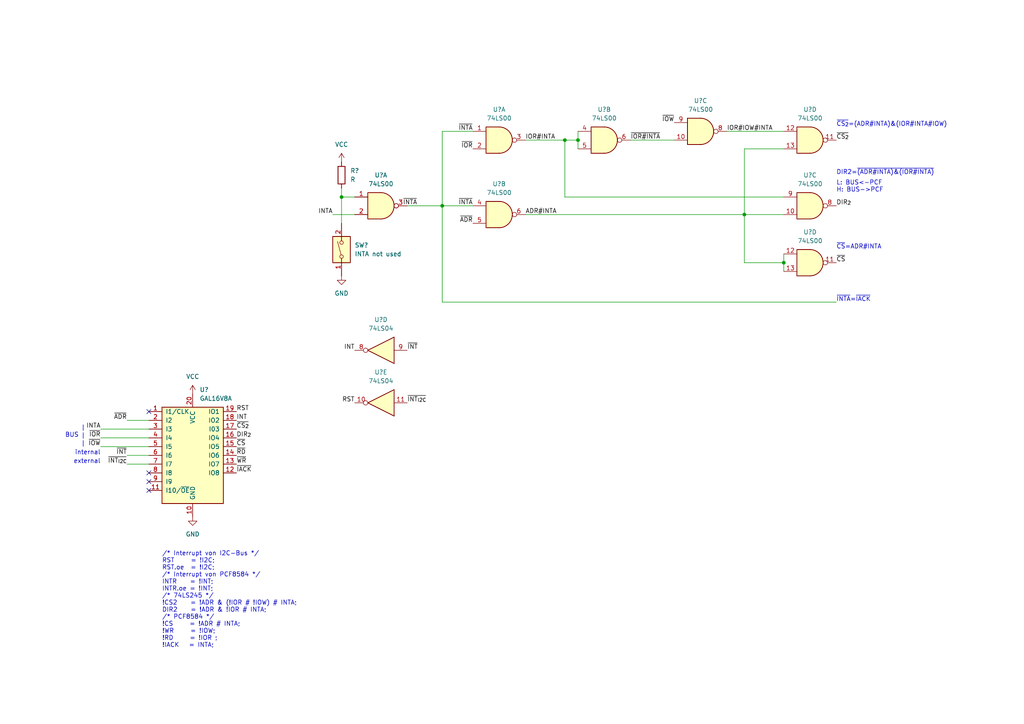
<source format=kicad_sch>
(kicad_sch (version 20211123) (generator eeschema)
  (paper "A4")
  (lib_symbols
    (symbol "74xx:74LS00" (pin_names (offset 1.016))
      (property "Reference" "U" (at 0 1.27 0))
      (property "Value" "74LS00" (at 0 -1.27 0))
      (symbol "74LS00_1_1"
        (arc (start 0 -3.81) (mid 3.81 0) (end 0 3.81) (stroke (width 0.254)) (fill (type background)))
        (polyline (pts (xy 0 3.81) (xy -3.81 3.81) (xy -3.81 -3.81) (xy 0 -3.81)) (stroke (width 0.254)) (fill (type background)))
        (pin input line (at -7.62 2.54 0) (length 3.81) (name "~") (number "1"))
        (pin input line (at -7.62 -2.54 0) (length 3.81) (name "~") (number "2"))
        (pin output inverted (at 7.62 0 180) (length 3.81) (name "~") (number "3"))
      )
      (symbol "74LS00_1_2"
        (arc (start -3.81 -3.81) (mid -2.589 0) (end -3.81 3.81) (stroke (width 0.254)))
        (arc (start -0.6096 -3.81) (mid 2.1842 -2.5851) (end 3.81 0) (stroke (width 0.254)) (fill (type background)))
        (polyline (pts (xy -3.81 -3.81) (xy -0.635 -3.81)) (stroke (width 0.254)) (fill (type background)))
        (polyline (pts (xy -3.81 3.81) (xy -0.635 3.81)) (stroke (width 0.254)) (fill (type background)))
        (polyline (pts (xy -0.635 3.81) (xy -3.81 3.81) (xy -3.81 3.81) (xy -3.556 3.4036) (xy -3.0226 2.2606) (xy -2.6924 1.0414) (xy -2.6162 -0.254) (xy -2.7686 -1.4986) (xy -3.175 -2.7178) (xy -3.81 -3.81) (xy -3.81 -3.81) (xy -0.635 -3.81)) (stroke (width -25.4)) (fill (type background)))
        (arc (start 3.81 0) (mid 2.1915 2.5936) (end -0.6096 3.81) (stroke (width 0.254)) (fill (type background)))
        (pin input inverted (at -7.62 2.54 0) (length 4.318) (name "~") (number "1"))
        (pin input inverted (at -7.62 -2.54 0) (length 4.318) (name "~") (number "2"))
        (pin output line (at 7.62 0 180) (length 3.81) (name "~") (number "3"))
      )
      (symbol "74LS00_2_1"
        (arc (start 0 -3.81) (mid 3.81 0) (end 0 3.81) (stroke (width 0.254)) (fill (type background)))
        (polyline (pts (xy 0 3.81) (xy -3.81 3.81) (xy -3.81 -3.81) (xy 0 -3.81)) (stroke (width 0.254)) (fill (type background)))
        (pin input line (at -7.62 2.54 0) (length 3.81) (name "~") (number "4"))
        (pin input line (at -7.62 -2.54 0) (length 3.81) (name "~") (number "5"))
        (pin output inverted (at 7.62 0 180) (length 3.81) (name "~") (number "6"))
      )
      (symbol "74LS00_2_2"
        (arc (start -3.81 -3.81) (mid -2.589 0) (end -3.81 3.81) (stroke (width 0.254)))
        (arc (start -0.6096 -3.81) (mid 2.1842 -2.5851) (end 3.81 0) (stroke (width 0.254)) (fill (type background)))
        (polyline (pts (xy -3.81 -3.81) (xy -0.635 -3.81)) (stroke (width 0.254)) (fill (type background)))
        (polyline (pts (xy -3.81 3.81) (xy -0.635 3.81)) (stroke (width 0.254)) (fill (type background)))
        (polyline (pts (xy -0.635 3.81) (xy -3.81 3.81) (xy -3.81 3.81) (xy -3.556 3.4036) (xy -3.0226 2.2606) (xy -2.6924 1.0414) (xy -2.6162 -0.254) (xy -2.7686 -1.4986) (xy -3.175 -2.7178) (xy -3.81 -3.81) (xy -3.81 -3.81) (xy -0.635 -3.81)) (stroke (width -25.4)) (fill (type background)))
        (arc (start 3.81 0) (mid 2.1915 2.5936) (end -0.6096 3.81) (stroke (width 0.254)) (fill (type background)))
        (pin input inverted (at -7.62 2.54 0) (length 4.318) (name "~") (number "4"))
        (pin input inverted (at -7.62 -2.54 0) (length 4.318) (name "~") (number "5"))
        (pin output line (at 7.62 0 180) (length 3.81) (name "~") (number "6"))
      )
      (symbol "74LS00_3_1"
        (arc (start 0 -3.81) (mid 3.81 0) (end 0 3.81) (stroke (width 0.254)) (fill (type background)))
        (polyline (pts (xy 0 3.81) (xy -3.81 3.81) (xy -3.81 -3.81) (xy 0 -3.81)) (stroke (width 0.254)) (fill (type background)))
        (pin input line (at -7.62 -2.54 0) (length 3.81) (name "~") (number "10"))
        (pin output inverted (at 7.62 0 180) (length 3.81) (name "~") (number "8"))
        (pin input line (at -7.62 2.54 0) (length 3.81) (name "~") (number "9"))
      )
      (symbol "74LS00_3_2"
        (arc (start -3.81 -3.81) (mid -2.589 0) (end -3.81 3.81) (stroke (width 0.254)))
        (arc (start -0.6096 -3.81) (mid 2.1842 -2.5851) (end 3.81 0) (stroke (width 0.254)) (fill (type background)))
        (polyline (pts (xy -3.81 -3.81) (xy -0.635 -3.81)) (stroke (width 0.254)) (fill (type background)))
        (polyline (pts (xy -3.81 3.81) (xy -0.635 3.81)) (stroke (width 0.254)) (fill (type background)))
        (polyline (pts (xy -0.635 3.81) (xy -3.81 3.81) (xy -3.81 3.81) (xy -3.556 3.4036) (xy -3.0226 2.2606) (xy -2.6924 1.0414) (xy -2.6162 -0.254) (xy -2.7686 -1.4986) (xy -3.175 -2.7178) (xy -3.81 -3.81) (xy -3.81 -3.81) (xy -0.635 -3.81)) (stroke (width -25.4)) (fill (type background)))
        (arc (start 3.81 0) (mid 2.1915 2.5936) (end -0.6096 3.81) (stroke (width 0.254)) (fill (type background)))
        (pin input inverted (at -7.62 -2.54 0) (length 4.318) (name "~") (number "10"))
        (pin output line (at 7.62 0 180) (length 3.81) (name "~") (number "8"))
        (pin input inverted (at -7.62 2.54 0) (length 4.318) (name "~") (number "9"))
      )
      (symbol "74LS00_4_1"
        (arc (start 0 -3.81) (mid 3.81 0) (end 0 3.81) (stroke (width 0.254)) (fill (type background)))
        (polyline (pts (xy 0 3.81) (xy -3.81 3.81) (xy -3.81 -3.81) (xy 0 -3.81)) (stroke (width 0.254)) (fill (type background)))
        (pin output inverted (at 7.62 0 180) (length 3.81) (name "~") (number "11"))
        (pin input line (at -7.62 2.54 0) (length 3.81) (name "~") (number "12"))
        (pin input line (at -7.62 -2.54 0) (length 3.81) (name "~") (number "13"))
      )
      (symbol "74LS00_4_2"
        (arc (start -3.81 -3.81) (mid -2.589 0) (end -3.81 3.81) (stroke (width 0.254)))
        (arc (start -0.6096 -3.81) (mid 2.1842 -2.5851) (end 3.81 0) (stroke (width 0.254)) (fill (type background)))
        (polyline (pts (xy -3.81 -3.81) (xy -0.635 -3.81)) (stroke (width 0.254)) (fill (type background)))
        (polyline (pts (xy -3.81 3.81) (xy -0.635 3.81)) (stroke (width 0.254)) (fill (type background)))
        (polyline (pts (xy -0.635 3.81) (xy -3.81 3.81) (xy -3.81 3.81) (xy -3.556 3.4036) (xy -3.0226 2.2606) (xy -2.6924 1.0414) (xy -2.6162 -0.254) (xy -2.7686 -1.4986) (xy -3.175 -2.7178) (xy -3.81 -3.81) (xy -3.81 -3.81) (xy -0.635 -3.81)) (stroke (width -25.4)) (fill (type background)))
        (arc (start 3.81 0) (mid 2.1915 2.5936) (end -0.6096 3.81) (stroke (width 0.254)) (fill (type background)))
        (pin output line (at 7.62 0 180) (length 3.81) (name "~") (number "11"))
        (pin input inverted (at -7.62 2.54 0) (length 4.318) (name "~") (number "12"))
        (pin input inverted (at -7.62 -2.54 0) (length 4.318) (name "~") (number "13"))
      )
      (symbol "74LS00_5_0"
        (pin power_in line (at 0 12.7 270) (length 5.08) (name "VCC") (number "14"))
        (pin power_in line (at 0 -12.7 90) (length 5.08) (name "GND") (number "7"))
      )
      (symbol "74LS00_5_1"
        (rectangle (start -5.08 7.62) (end 5.08 -7.62) (stroke (width 0.254)) (fill (type background)))
      )
    )
    (symbol "74xx:74LS04"
      (property "Reference" "U" (at 0 1.27 0))
      (property "Value" "74LS04" (at 0 -1.27 0))
      (symbol "74LS04_1_0"
        (polyline (pts (xy -3.81 3.81) (xy -3.81 -3.81) (xy 3.81 0) (xy -3.81 3.81)) (stroke (width 0.254)) (fill (type background)))
        (pin input line (at -7.62 0 0) (length 3.81) (name "~") (number "1"))
        (pin output inverted (at 7.62 0 180) (length 3.81) (name "~") (number "2"))
      )
      (symbol "74LS04_2_0"
        (polyline (pts (xy -3.81 3.81) (xy -3.81 -3.81) (xy 3.81 0) (xy -3.81 3.81)) (stroke (width 0.254)) (fill (type background)))
        (pin input line (at -7.62 0 0) (length 3.81) (name "~") (number "3"))
        (pin output inverted (at 7.62 0 180) (length 3.81) (name "~") (number "4"))
      )
      (symbol "74LS04_3_0"
        (polyline (pts (xy -3.81 3.81) (xy -3.81 -3.81) (xy 3.81 0) (xy -3.81 3.81)) (stroke (width 0.254)) (fill (type background)))
        (pin input line (at -7.62 0 0) (length 3.81) (name "~") (number "5"))
        (pin output inverted (at 7.62 0 180) (length 3.81) (name "~") (number "6"))
      )
      (symbol "74LS04_4_0"
        (polyline (pts (xy -3.81 3.81) (xy -3.81 -3.81) (xy 3.81 0) (xy -3.81 3.81)) (stroke (width 0.254)) (fill (type background)))
        (pin output inverted (at 7.62 0 180) (length 3.81) (name "~") (number "8"))
        (pin input line (at -7.62 0 0) (length 3.81) (name "~") (number "9"))
      )
      (symbol "74LS04_5_0"
        (polyline (pts (xy -3.81 3.81) (xy -3.81 -3.81) (xy 3.81 0) (xy -3.81 3.81)) (stroke (width 0.254)) (fill (type background)))
        (pin output inverted (at 7.62 0 180) (length 3.81) (name "~") (number "10"))
        (pin input line (at -7.62 0 0) (length 3.81) (name "~") (number "11"))
      )
      (symbol "74LS04_6_0"
        (polyline (pts (xy -3.81 3.81) (xy -3.81 -3.81) (xy 3.81 0) (xy -3.81 3.81)) (stroke (width 0.254)) (fill (type background)))
        (pin output inverted (at 7.62 0 180) (length 3.81) (name "~") (number "12"))
        (pin input line (at -7.62 0 0) (length 3.81) (name "~") (number "13"))
      )
      (symbol "74LS04_7_0"
        (pin power_in line (at 0 12.7 270) (length 5.08) (name "VCC") (number "14"))
        (pin power_in line (at 0 -12.7 90) (length 5.08) (name "GND") (number "7"))
      )
      (symbol "74LS04_7_1"
        (rectangle (start -5.08 7.62) (end 5.08 -7.62) (stroke (width 0.254)) (fill (type background)))
      )
    )
    (symbol "Device:R" (pin_numbers hide) (pin_names (offset 0))
      (property "Reference" "R" (at 2.032 0 90))
      (property "Value" "R" (at 0 0 90))
      (symbol "R_0_1"
        (rectangle (start -1.016 -2.54) (end 1.016 2.54) (stroke (width 0.254)))
      )
      (symbol "R_1_1"
        (pin passive line (at 0 3.81 270) (length 1.27) (name "~") (number "1"))
        (pin passive line (at 0 -3.81 90) (length 1.27) (name "~") (number "2"))
      )
    )
    (symbol "Logic_Programmable:GAL16V8" (pin_names (offset 1.016))
      (property "Reference" "U" (at -8.89 16.51 0))
      (property "Value" "GAL16V8" (at 1.27 16.51 0))
      (symbol "GAL16V8_0_0"
        (pin power_in line (at 0 -17.78 90) (length 3.81) (name "GND") (number "10"))
        (pin power_in line (at 0 17.78 270) (length 3.81) (name "VCC") (number "20"))
      )
      (symbol "GAL16V8_0_1"
        (rectangle (start -8.89 13.97) (end 8.89 -13.97) (stroke (width 0.254)) (fill (type background)))
      )
      (symbol "GAL16V8_1_1"
        (pin input line (at -12.7 12.7 0) (length 3.81) (name "I1/CLK") (number "1"))
        (pin input line (at -12.7 -10.16 0) (length 3.81) (name "I10/~{OE}") (number "11"))
        (pin tri_state line (at 12.7 -5.08 180) (length 3.81) (name "IO8") (number "12"))
        (pin tri_state line (at 12.7 -2.54 180) (length 3.81) (name "IO7") (number "13"))
        (pin tri_state line (at 12.7 0 180) (length 3.81) (name "IO6") (number "14"))
        (pin tri_state line (at 12.7 2.54 180) (length 3.81) (name "IO5") (number "15"))
        (pin tri_state line (at 12.7 5.08 180) (length 3.81) (name "IO4") (number "16"))
        (pin tri_state line (at 12.7 7.62 180) (length 3.81) (name "I03") (number "17"))
        (pin tri_state line (at 12.7 10.16 180) (length 3.81) (name "IO2") (number "18"))
        (pin tri_state line (at 12.7 12.7 180) (length 3.81) (name "IO1") (number "19"))
        (pin input line (at -12.7 10.16 0) (length 3.81) (name "I2") (number "2"))
        (pin input line (at -12.7 7.62 0) (length 3.81) (name "I3") (number "3"))
        (pin input line (at -12.7 5.08 0) (length 3.81) (name "I4") (number "4"))
        (pin input line (at -12.7 2.54 0) (length 3.81) (name "I5") (number "5"))
        (pin input line (at -12.7 0 0) (length 3.81) (name "I6") (number "6"))
        (pin input line (at -12.7 -2.54 0) (length 3.81) (name "I7") (number "7"))
        (pin input line (at -12.7 -5.08 0) (length 3.81) (name "I8") (number "8"))
        (pin input line (at -12.7 -7.62 0) (length 3.81) (name "I9") (number "9"))
      )
    )
    (symbol "Switch:SW_DIP_x01" (pin_names (offset 0) hide)
      (property "Reference" "SW" (at 0 3.81 0))
      (property "Value" "SW_DIP_x01" (at 0 -3.81 0))
      (symbol "SW_DIP_x01_0_0"
        (circle (center -2.032 0) (radius 0.508))
        (polyline (pts (xy -1.524 0.127) (xy 2.3622 1.1684)))
        (circle (center 2.032 0) (radius 0.508))
      )
      (symbol "SW_DIP_x01_0_1"
        (rectangle (start -3.81 2.54) (end 3.81 -2.54) (stroke (width 0.254)) (fill (type background)))
      )
      (symbol "SW_DIP_x01_1_1"
        (pin passive line (at -7.62 0 0) (length 5.08) (name "~") (number "1"))
        (pin passive line (at 7.62 0 180) (length 5.08) (name "~") (number "2"))
      )
    )
    (symbol "power:GND" (power) (pin_names (offset 0))
      (property "Value" "GND" (at 0 -3.81 0))
      (symbol "GND_0_1"
        (polyline (pts (xy 0 0) (xy 0 -1.27) (xy 1.27 -1.27) (xy 0 -2.54) (xy -1.27 -1.27) (xy 0 -1.27)))
      )
      (symbol "GND_1_1"
        (pin power_in line (at 0 0 270) (length 0) hide (name "GND") (number "1"))
      )
    )
    (symbol "power:VCC" (power) (pin_names (offset 0))
      (property "Value" "VCC" (at 0 3.81 0))
      (symbol "VCC_0_1"
        (polyline (pts (xy -0.762 1.27) (xy 0 2.54)))
        (polyline (pts (xy 0 0) (xy 0 2.54)))
        (polyline (pts (xy 0 2.54) (xy 0.762 1.27)))
      )
      (symbol "VCC_1_1"
        (pin power_in line (at 0 0 90) (length 0) hide (name "VCC") (number "1"))
      )
    )
  )
  (junction (at 227.33 76.2))
  (junction (at 215.9 62.23))
  (junction (at 163.83 40.64))
  (junction (at 128.27 59.69))
  (junction (at 167.64 40.64))
  (junction (at 99.06 57.15))
  (no_connect (at 43.18 142.24))
  (no_connect (at 43.18 119.38))
  (no_connect (at 43.18 137.16))
  (no_connect (at 43.18 139.7))
  (wire (pts (xy 118.11 59.69) (xy 128.27 59.69)))
  (wire (pts (xy 227.33 57.15) (xy 163.83 57.15)))
  (wire (pts (xy 99.06 57.15) (xy 102.87 57.15)))
  (wire (pts (xy 99.06 54.61) (xy 99.06 57.15)))
  (wire (pts (xy 99.06 57.15) (xy 99.06 64.77)))
  (wire (pts (xy 227.33 76.2) (xy 227.33 78.74)))
  (wire (pts (xy 36.83 121.92) (xy 43.18 121.92)))
  (wire (pts (xy 96.52 62.23) (xy 102.87 62.23)))
  (wire (pts (xy 215.9 76.2) (xy 215.9 62.23)))
  (wire (pts (xy 29.21 129.54) (xy 43.18 129.54)))
  (wire (pts (xy 29.21 124.46) (xy 43.18 124.46)))
  (wire (pts (xy 167.64 40.64) (xy 167.64 43.18)))
  (wire (pts (xy 215.9 62.23) (xy 227.33 62.23)))
  (wire (pts (xy 36.83 132.08) (xy 43.18 132.08)))
  (wire (pts (xy 128.27 38.1) (xy 128.27 59.69)))
  (wire (pts (xy 128.27 38.1) (xy 137.16 38.1)))
  (wire (pts (xy 227.33 76.2) (xy 215.9 76.2)))
  (wire (pts (xy 128.27 87.63) (xy 242.57 87.63)))
  (wire (pts (xy 167.64 38.1) (xy 167.64 40.64)))
  (wire (pts (xy 163.83 57.15) (xy 163.83 40.64)))
  (wire (pts (xy 227.33 73.66) (xy 227.33 76.2)))
  (wire (pts (xy 128.27 59.69) (xy 137.16 59.69)))
  (wire (pts (xy 163.83 40.64) (xy 167.64 40.64)))
  (wire (pts (xy 182.88 40.64) (xy 195.58 40.64)))
  (wire (pts (xy 29.21 127) (xy 43.18 127)))
  (wire (pts (xy 215.9 43.18) (xy 227.33 43.18)))
  (wire (pts (xy 152.4 62.23) (xy 215.9 62.23)))
  (wire (pts (xy 36.83 134.62) (xy 43.18 134.62)))
  (polyline (pts (xy 24.13 123.19) (xy 24.13 129.54)))
  (wire (pts (xy 210.82 38.1) (xy 227.33 38.1)))
  (wire (pts (xy 215.9 62.23) (xy 215.9 43.18)))
  (wire (pts (xy 128.27 59.69) (xy 128.27 87.63)))
  (wire (pts (xy 152.4 40.64) (xy 163.83 40.64)))
  (text "~{CS}=ADR#INTA" (at 242.57 72.39 0) (effects (font (size 1.27 1.27)) (justify left bottom)))
  (text "external" (at 29.21 134.62 180) (effects (font (size 1.27 1.27)) (justify right bottom)))
  (text "BUS" (at 22.86 127 180) (effects (font (size 1.27 1.27)) (justify right bottom)))
  (text "DIR2=~{(ADR#INTA)&(IOR#INTA)}" (at 242.57 50.8 0) (effects (font (size 1.27 1.27)) (justify left bottom)))
  (text "~{CS_{2}}=(ADR#INTA)&(IOR#INTA#IOW)" (at 242.57 36.83 0) (effects (font (size 1.27 1.27)) (justify left bottom)))
  (text "internal" (at 29.21 132.08 180) (effects (font (size 1.27 1.27)) (justify right bottom)))
  (text "/* Interrupt von I2C-Bus */\nRST     = !I2C;   \nRST.oe  = !I2C;  \n/* Interrupt von PCF8584 */\nINTR    = !INT;\nINTR.oe = !INT;\n/* 74LS245 */\n!CS2    = !ADR & (!IOR # !IOW) # INTA;\nDIR2    = !ADR & !IOR # INTA;\n/* PCF8584 */\n!CS     = !ADR # INTA;\n!WR     = !IOW;\n!RD     = !IOR ;\n!IACK   = INTA;" (at 46.99 187.96 0) (effects (font (size 1.27 1.27)) (justify left bottom)))
  (text "L: BUS<-PCF\nH: BUS->PCF" (at 242.57 55.88 0) (effects (font (size 1.27 1.27)) (justify left bottom)))
  (text "~{INTA}=~{IACK}" (at 242.57 87.63 0) (effects (font (size 1.27 1.27)) (justify left bottom)))
  (label "~{ADR}" (at 137.16 64.77 180))
  (label "~{INT}" (at 36.83 132.08 180))
  (label "~{CS_{2}}" (at 242.57 40.64 0))
  (label "~{IACK}" (at 68.58 137.16 0))
  (label "~{IOW}" (at 29.21 129.54 180))
  (label "~{CS}" (at 68.58 129.54 0))
  (label "~{IOR#INTA}" (at 182.88 40.64 0))
  (label "~{CS_{2}}" (at 68.58 124.46 0))
  (label "DIR_{2}" (at 68.58 127 0))
  (label "~{INTA}" (at 137.16 38.1 180))
  (label "~{IOR}" (at 137.16 43.18 180))
  (label "RST" (at 68.58 119.38 0))
  (label "~{INTA}" (at 137.16 59.69 180))
  (label "ADR#INTA" (at 152.4 62.23 0))
  (label "~{CS}" (at 242.57 76.2 0))
  (label "INT" (at 102.87 101.6 180))
  (label "DIR_{2}" (at 242.57 59.69 0))
  (label "IOR#IOW#INTA" (at 210.82 38.1 0))
  (label "~{INT}" (at 118.11 101.6 0))
  (label "~{IOW}" (at 195.58 35.56 180))
  (label "INT" (at 68.58 121.92 0))
  (label "INTA" (at 29.21 124.46 180))
  (label "~{WR}" (at 68.58 134.62 0))
  (label "~{RD}" (at 68.58 132.08 0))
  (label "RST" (at 102.87 116.84 180))
  (label "INTA" (at 96.52 62.23 180))
  (label "IOR#INTA" (at 152.4 40.64 0))
  (label "~{INTA}" (at 116.84 59.69 0))
  (label "~{INT_{I2C}}" (at 118.11 116.84 0))
  (label "~{IOR}" (at 29.21 127 180))
  (label "~{INT_{I2C}}" (at 36.83 134.62 180))
  (label "~{ADR}" (at 36.83 121.92 180))
  (symbol (lib_id "74xx:74LS00") (at 234.95 76.2 0) (unit 4)
    (property "Reference" "U?" (at 234.95 67.31 0))
    (property "Value" "74LS00" (at 234.95 69.85 0))
    (property "Datasheet" "http://www.ti.com/lit/gpn/sn74ls00" (effects hide))
  )
  (symbol (lib_id "74xx:74LS00") (at 175.26 40.64 0) (unit 2)
    (property "Reference" "U?" (at 175.26 31.75 0))
    (property "Value" "74LS00" (at 175.26 34.29 0))
    (property "Datasheet" "http://www.ti.com/lit/gpn/sn74ls00" (effects hide))
  )
  (symbol (lib_id "74xx:74LS00") (at 234.95 40.64 0) (unit 4)
    (property "Reference" "U?" (at 234.95 31.75 0))
    (property "Value" "74LS00" (at 234.95 34.29 0))
    (property "Datasheet" "http://www.ti.com/lit/gpn/sn74ls00" (effects hide))
  )
  (symbol (lib_id "74xx:74LS04") (at 110.49 116.84 180) (unit 5)
    (property "Reference" "U?" (at 110.49 107.95 0))
    (property "Value" "74LS04" (at 110.49 110.49 0))
    (property "Datasheet" "http://www.ti.com/lit/gpn/sn74LS04" (effects hide))
  )
  (symbol (lib_id "Device:R") (at 99.06 50.8 0) (unit 1)
    (property "Reference" "R?" (at 101.6 49.5299 0) (effects (justify left)))
    (property "Value" "R" (at 101.6 52.0699 0) (effects (justify left)))
  )
  (symbol (lib_id "power:GND") (at 99.06 80.01 0) (unit 1)
    (property "Reference" "#PWR?" (effects hide))
    (property "Value" "GND" (at 99.06 85.09 0))
  )
  (symbol (lib_id "74xx:74LS04") (at 110.49 101.6 180) (unit 4)
    (property "Reference" "U?" (at 110.49 92.71 0))
    (property "Value" "74LS04" (at 110.49 95.25 0))
    (property "Datasheet" "http://www.ti.com/lit/gpn/sn74LS04" (effects hide))
  )
  (symbol (lib_id "74xx:74LS00") (at 203.2 38.1 0) (unit 3)
    (property "Reference" "U?" (at 203.2 29.21 0))
    (property "Value" "74LS00" (at 203.2 31.75 0))
    (property "Datasheet" "http://www.ti.com/lit/gpn/sn74ls00" (effects hide))
  )
  (symbol (lib_id "74xx:74LS00") (at 144.78 40.64 0) (unit 1)
    (property "Reference" "U?" (at 144.78 31.75 0))
    (property "Value" "74LS00" (at 144.78 34.29 0))
    (property "Datasheet" "http://www.ti.com/lit/gpn/sn74ls00" (effects hide))
  )
  (symbol (lib_id "74xx:74LS00") (at 234.95 59.69 0) (unit 3)
    (property "Reference" "U?" (at 234.95 50.8 0))
    (property "Value" "74LS00" (at 234.95 53.34 0))
    (property "Datasheet" "http://www.ti.com/lit/gpn/sn74ls00" (effects hide))
  )
  (symbol (lib_id "74xx:74LS00") (at 144.78 62.23 0) (unit 2)
    (property "Reference" "U?" (at 144.78 53.34 0))
    (property "Value" "74LS00" (at 144.78 55.88 0))
    (property "Datasheet" "http://www.ti.com/lit/gpn/sn74ls00" (effects hide))
  )
  (symbol (lib_id "74xx:74LS00") (at 110.49 59.69 0) (unit 1)
    (property "Reference" "U?" (at 110.49 50.8 0))
    (property "Value" "74LS00" (at 110.49 53.34 0))
    (property "Datasheet" "http://www.ti.com/lit/gpn/sn74ls00" (effects hide))
  )
  (symbol (lib_id "power:GND") (at 55.88 149.86 0) (unit 1)
    (property "Reference" "#PWR?" (effects hide))
    (property "Value" "GND" (at 55.88 154.94 0))
  )
  (symbol (lib_id "power:VCC") (at 55.88 114.3 0) (unit 1)
    (property "Reference" "#PWR?" (effects hide))
    (property "Value" "VCC" (at 55.88 109.22 0))
  )
  (symbol (lib_id "Logic_Programmable:GAL16V8") (at 55.88 132.08 0) (unit 1)
    (property "Reference" "U?" (at 57.8994 113.03 0) (effects (justify left)))
    (property "Value" "GAL16V8A" (at 57.8994 115.57 0) (effects (justify left)))
    (property "Footprint" "Package_DIP:DIP-20_W7.62mm_Socket" (effects hide))
  )
  (symbol (lib_id "Switch:SW_DIP_x01") (at 99.06 72.39 90) (unit 1)
    (property "Reference" "SW?" (at 102.87 71.1199 90) (effects (justify right)))
    (property "Value" "INTA not used" (at 102.87 73.6599 90) (effects (justify right)))
  )
  (symbol (lib_id "power:VCC") (at 99.06 46.99 0) (unit 1)
    (property "Reference" "#PWR?" (effects hide))
    (property "Value" "VCC" (at 99.06 41.91 0))
  )
)
</source>
